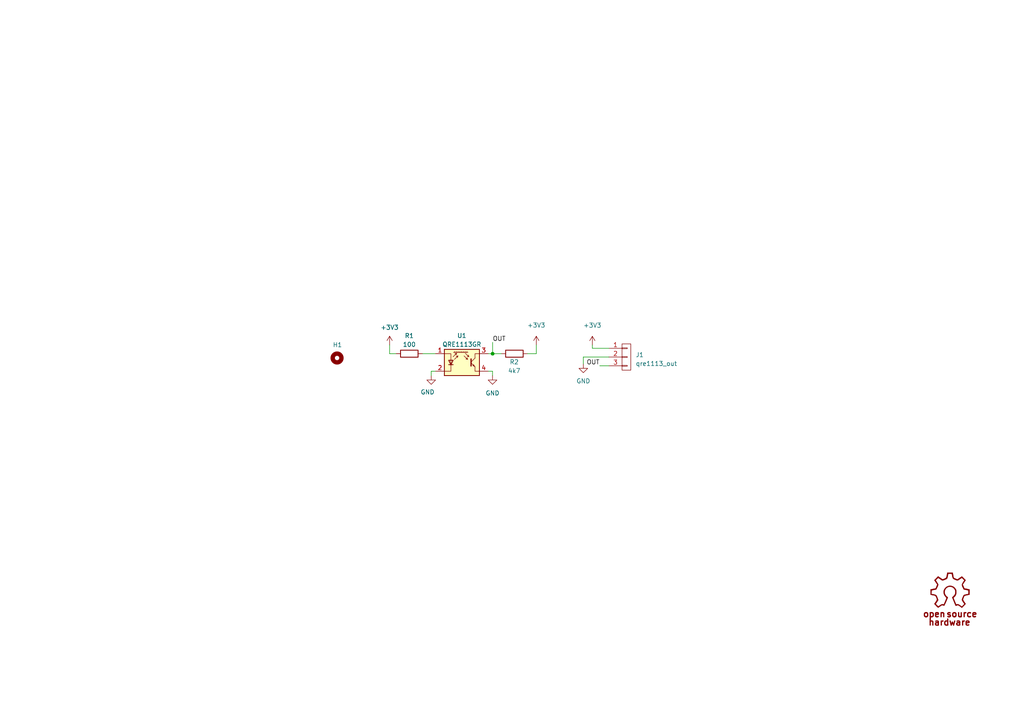
<source format=kicad_sch>
(kicad_sch (version 20230121) (generator eeschema)
  (paper "A4")
  (title_block (title "QRE-1113") (date "2023-08-29") (rev "1.0"))
  (lib_symbols
    (symbol "Device:R" (pin_numbers hide) (pin_names (offset 0))
      (property "Reference" "R" (at 2.032 0 90))
      (property "Value" "R" (at 0 0 90))
      (symbol "R_0_1"
        (rectangle (start -1.016 -2.54) (end 1.016 2.54) (stroke (width 0.254)))
      )
      (symbol "R_1_1"
        (pin passive line (at 0 3.81 270) (length 1.27) (name "~") (number "1"))
        (pin passive line (at 0 -3.81 90) (length 1.27) (name "~") (number "2"))
      )
    )
    (symbol "EESTN5-v2:OSHWA" (pin_names (offset 1.016))
      (symbol "OSHWA_0_0"
        (polyline (pts (xy 5.7912 2.667) (xy 5.5372 2.7178) (xy 5.4864 2.7432) (xy 5.4864 1.8796) (xy 5.4864 1.8288) (xy 5.4864 1.6002) (xy 5.4864 1.4732) (xy 5.4102 1.3716) (xy 5.2832 1.3208) (xy 5.0038 1.27) (xy 4.6228 1.1938) (xy 4.572 1.1684) (xy 4.318 1.1176) (xy 4.1656 1.0414) (xy 4.0386 0.889) (xy 3.937 0.6604) (xy 3.8354 0.4064) (xy 3.683 0.0762) (xy 3.6068 -0.1778) (xy 3.5814 -0.3556) (xy 3.6322 -0.5334) (xy 3.7592 -0.7366) (xy 3.9116 -0.9906) (xy 4.318 -1.5494) (xy 3.937 -1.9304) (xy 3.5814 -2.3114) (xy 3.048 -1.9558) (xy 2.794 -1.778) (xy 2.5654 -1.651) (xy 2.3876 -1.6256) (xy 2.2098 -1.6256) (xy 1.905 -1.6764) (xy 1.4986 -0.7112) (xy 1.1176 0.2286) (xy 1.397 0.508) (xy 1.5748 0.6604) (xy 1.8034 1.016) (xy 1.9304 1.397) (xy 1.9812 1.8542) (xy 1.9812 1.9304) (xy 1.9558 2.2606) (xy 1.905 2.54) (xy 1.7526 2.8194) (xy 1.4732 3.175) (xy 1.0668 3.5052) (xy 0.5842 3.683) (xy 0.1016 3.7338) (xy -0.4064 3.6576) (xy -0.889 3.429) (xy -1.2954 3.048) (xy -1.3462 2.9972) (xy -1.6256 2.5146) (xy -1.7526 2.0066) (xy -1.7018 1.4986) (xy -1.4986 0.9906) (xy -1.143 0.508) (xy -0.8636 0.2032) (xy -1.2446 -0.7366) (xy -1.651 -1.6764) (xy -1.9558 -1.6256) (xy -2.1082 -1.6256) (xy -2.286 -1.651) (xy -2.4892 -1.7526) (xy -2.7686 -1.9304) (xy -3.2766 -2.2606) (xy -3.6576 -1.905) (xy -4.0132 -1.524) (xy -3.6322 -0.9652) (xy -3.2766 -0.4064) (xy -3.429 0.0254) (xy -3.4544 0.1016) (xy -3.6068 0.508) (xy -3.7338 0.7874) (xy -3.8862 0.9906) (xy -4.0894 1.0922) (xy -4.3688 1.1938) (xy -4.7752 1.27) (xy -5.2578 1.3716) (xy -5.2324 1.905) (xy -5.207 2.413) (xy -4.5212 2.54) (xy -3.8608 2.667) (xy -3.5814 3.2512) (xy -3.556 3.302) (xy -3.4036 3.6068) (xy -3.3274 3.8862) (xy -3.2766 4.0386) (xy -3.3274 4.2164) (xy -3.4544 4.445) (xy -3.6322 4.7244) (xy -3.6576 4.7498) (xy -3.81 5.0292) (xy -3.937 5.207) (xy -3.9878 5.3086) (xy -3.9878 5.334) (xy -3.8862 5.461) (xy -3.7338 5.6388) (xy -3.5306 5.8166) (xy -3.3782 5.969) (xy -3.2766 6.0198) (xy -3.1496 5.9436) (xy -2.9464 5.8166) (xy -2.6924 5.6388) (xy -2.6162 5.588) (xy -2.3622 5.4102) (xy -2.159 5.3086) (xy -2.032 5.2578) (xy -1.8796 5.3086) (xy -1.6256 5.3848) (xy -1.3208 5.5118) (xy -1.2446 5.5372) (xy -0.9144 5.6896) (xy -0.7112 5.842) (xy -0.635 5.969) (xy -0.6096 6.096) (xy -0.5588 6.3754) (xy -0.4826 6.6802) (xy -0.381 7.239) (xy 0.127 7.239) (xy 0.635 7.239) (xy 0.7366 6.731) (xy 0.7874 6.477) (xy 0.8636 6.1722) (xy 0.9398 5.9436) (xy 1.0414 5.8166) (xy 1.1684 5.715) (xy 1.3462 5.6134) (xy 1.4478 5.5626) (xy 1.778 5.4356) (xy 2.032 5.334) (xy 2.1844 5.2832) (xy 2.3114 5.2832) (xy 2.4638 5.334) (xy 2.667 5.4356) (xy 2.9464 5.6388) (xy 3.556 6.0452) (xy 3.937 5.6896) (xy 4.2926 5.3086) (xy 3.9116 4.7498) (xy 3.8354 4.6228) (xy 3.683 4.318) (xy 3.5814 4.0894) (xy 3.6068 3.8354) (xy 3.683 3.5306) (xy 3.8862 3.1496) (xy 4.1148 2.667) (xy 4.7752 2.54) (xy 5.461 2.413) (xy 5.4864 1.8796) (xy 5.4864 2.7432) (xy 5.4102 2.7432) (xy 5.1054 2.8194) (xy 4.8006 2.8956) (xy 4.2926 2.9718) (xy 4.064 3.5306) (xy 3.81 4.0894) (xy 4.2418 4.7244) (xy 4.6736 5.3594) (xy 4.1148 5.9182) (xy 3.5814 6.4516) (xy 2.921 6.0198) (xy 2.286 5.5626) (xy 1.7526 5.7912) (xy 1.1938 6.0452) (xy 1.0922 6.5532) (xy 1.0668 6.8072) (xy 0.9906 7.0866) (xy 0.9652 7.3152) (xy 0.9144 7.5438) (xy 0.127 7.5438) (xy -0.6604 7.5438) (xy -0.762 6.9342) (xy -0.8128 6.6802) (xy -0.889 6.35) (xy -0.9652 6.1214) (xy -1.0922 5.9944) (xy -1.27 5.8928) (xy -1.524 5.7658) (xy -2.032 5.588) (xy -2.667 6.0198) (xy -3.3274 6.477) (xy -3.8608 5.9182) (xy -4.4196 5.3594) (xy -3.9878 4.7244) (xy -3.556 4.0894) (xy -3.7846 3.556) (xy -3.7846 3.5306) (xy -3.8862 3.2766) (xy -3.9878 3.0734) (xy -4.0132 2.9972) (xy -4.0386 2.9718) (xy -4.191 2.9464) (xy -4.445 2.8956) (xy -4.7752 2.8194) (xy -5.5118 2.6924) (xy -5.5118 1.905) (xy -5.5118 1.143) (xy -4.9022 1.016) (xy -4.8768 1.016) (xy -4.5466 0.9652) (xy -4.2926 0.889) (xy -4.1402 0.8382) (xy -4.1148 0.8128) (xy -4.0132 0.6604) (xy -3.8862 0.4318) (xy -3.7592 0.1524) (xy -3.683 -0.1016) (xy -3.6576 -0.3048) (xy -3.7084 -0.4572) (xy -3.8608 -0.6858) (xy -4.0386 -0.9652) (xy -4.4196 -1.524) (xy -3.8862 -2.0828) (xy -3.7846 -2.2098) (xy -3.556 -2.413) (xy -3.3782 -2.5654) (xy -3.3274 -2.6162) (xy -3.302 -2.6162) (xy -3.2004 -2.54) (xy -2.9972 -2.413) (xy -2.7178 -2.2352) (xy -2.5654 -2.1082) (xy -2.3368 -1.9558) (xy -2.1844 -1.905) (xy -2.0574 -1.905) (xy -1.905 -1.9304) (xy -1.7018 -2.0066) (xy -1.5748 -2.0574) (xy -1.5494 -2.032) (xy -1.4732 -1.8796) (xy -1.3462 -1.6256) (xy -1.1684 -1.27) (xy -0.9906 -0.8636) (xy -0.4826 0.3556) (xy -0.8382 0.6604) (xy -1.016 0.8128) (xy -1.27 1.2192) (xy -1.4224 1.651) (xy -1.4224 2.1082) (xy -1.2954 2.5146) (xy -1.0922 2.8956) (xy -0.762 3.2004) (xy -0.3556 3.4036) (xy 0.1524 3.4798) (xy 0.4826 3.429) (xy 0.9144 3.2766) (xy 1.27 2.9718) (xy 1.5494 2.5908) (xy 1.6764 2.159) (xy 1.6764 1.8288) (xy 1.6256 1.4478) (xy 1.4732 1.0922) (xy 1.1684 0.762) (xy 0.762 0.3556) (xy 1.2446 -0.8128) (xy 1.3208 -1.016) (xy 1.4732 -1.397) (xy 1.6256 -1.7272) (xy 1.7272 -1.9558) (xy 1.778 -2.0574) (xy 1.8796 -2.0828) (xy 2.032 -2.0066) (xy 2.1844 -1.905) (xy 2.3114 -1.8796) (xy 2.4892 -1.905) (xy 2.7178 -2.032) (xy 3.0226 -2.2352) (xy 3.5814 -2.6416) (xy 4.1402 -2.0828) (xy 4.6736 -1.524) (xy 4.2926 -0.9652) (xy 4.2164 -0.8636) (xy 4.064 -0.6096) (xy 3.937 -0.381) (xy 3.8862 -0.2794) (xy 3.8862 -0.254) (xy 3.937 -0.0762) (xy 4.0386 0.1778) (xy 4.1402 0.4572) (xy 4.2418 0.6858) (xy 4.318 0.7874) (xy 4.3434 0.8128) (xy 4.4958 0.8636) (xy 4.7498 0.9398) (xy 5.08 1.016) (xy 5.7912 1.143) (xy 5.7912 1.905) (xy 5.7912 2.667) (xy 5.7912 2.667)) (stroke (width 0.0254)) (fill (type outline)))
        (text "hardware" (at -0.0254 -6.858 0) (effects (font (size 1.778 1.778) bold)))
        (text "open" (at -4.445 -4.445 0) (effects (font (size 1.778 1.778) bold)))
        (text "source" (at 3.556 -4.445 0) (effects (font (size 1.778 1.778) bold)))
      )
    )
    (symbol "EESTN5:Conn_01X03" (pin_names (offset 1.016) hide)
      (property "Reference" "J" (at 0 5.08 0))
      (property "Value" "Conn_01X03" (at 0 -5.08 0))
      (symbol "Conn_01X03_0_1"
        (rectangle (start -1.27 -2.413) (end 0.254 -2.667))
        (rectangle (start -1.27 0.127) (end 0.254 -0.127))
        (rectangle (start -1.27 2.667) (end 0.254 2.413))
        (rectangle (start -1.27 3.81) (end 1.27 -3.81))
      )
      (symbol "Conn_01X03_1_1"
        (pin passive line (at -5.08 2.54 0) (length 3.81) (name "P1") (number "1"))
        (pin passive line (at -5.08 0 0) (length 3.81) (name "P2") (number "2"))
        (pin passive line (at -5.08 -2.54 0) (length 3.81) (name "P3") (number "3"))
      )
    )
    (symbol "Mechanical:MountingHole" (pin_names (offset 1.016))
      (property "Reference" "H" (at 0 5.08 0))
      (property "Value" "MountingHole" (at 0 3.175 0))
      (symbol "MountingHole_0_1"
        (circle (center 0 0) (radius 1.27) (stroke (width 1.27)))
      )
    )
    (symbol "Sensor_Proximity:QRE1113GR" (pin_names (offset 0.0254) hide)
      (property "Reference" "U" (at -3.81 5.08 0))
      (property "Value" "QRE1113GR" (at 11.43 5.08 0))
      (symbol "QRE1113GR_0_1"
        (polyline (pts (xy -3.81 -0.635) (xy -2.54 -0.635)) (stroke (width 0.254)))
        (polyline (pts (xy -2.286 2.921) (xy -2.032 3.175)))
        (polyline (pts (xy -1.778 2.921) (xy -1.524 3.175)))
        (polyline (pts (xy -1.524 2.667) (xy -1.651 2.159)))
        (polyline (pts (xy -1.27 2.921) (xy -1.016 3.175)))
        (polyline (pts (xy -1.143 1.905) (xy -1.27 1.397)))
        (polyline (pts (xy -0.762 2.921) (xy -0.508 3.175)))
        (polyline (pts (xy -0.254 2.921) (xy 0 3.175)))
        (polyline (pts (xy 0.254 2.921) (xy 0.508 3.175)))
        (polyline (pts (xy 0.762 2.921) (xy 1.016 3.175)))
        (polyline (pts (xy 1.27 2.921) (xy 1.524 3.175)))
        (polyline (pts (xy 1.651 0.889) (xy 1.143 1.016)))
        (polyline (pts (xy 1.778 2.921) (xy -2.413 2.921)))
        (polyline (pts (xy 2.032 1.651) (xy 1.524 1.778)))
        (polyline (pts (xy 2.667 -0.127) (xy 3.81 -1.27)))
        (polyline (pts (xy 2.667 0.127) (xy 3.81 1.27)))
        (polyline (pts (xy -2.54 1.651) (xy -1.524 2.667) (xy -2.032 2.54)))
        (polyline (pts (xy -2.159 0.889) (xy -1.143 1.905) (xy -1.651 1.778)))
        (polyline (pts (xy 0.635 1.905) (xy 1.651 0.889) (xy 1.524 1.397)))
        (polyline (pts (xy 1.016 2.667) (xy 2.032 1.651) (xy 1.905 2.159)))
        (polyline (pts (xy 2.667 1.016) (xy 2.667 -1.016) (xy 2.667 -1.016)) (stroke (width 0.3556)))
        (polyline (pts (xy 3.81 -1.27) (xy 3.81 -2.54) (xy 5.08 -2.54)))
        (polyline (pts (xy 3.81 1.27) (xy 3.81 2.54) (xy 5.08 2.54)))
        (polyline (pts (xy -5.08 -2.54) (xy -3.175 -2.54) (xy -3.175 2.54) (xy -5.08 2.54)))
        (polyline (pts (xy -3.175 -0.635) (xy -3.81 0.635) (xy -2.54 0.635) (xy -3.175 -0.635)) (stroke (width 0.254)))
        (polyline (pts (xy 3.683 -1.143) (xy 3.429 -0.635) (xy 3.175 -0.889) (xy 3.683 -1.143)))
        (polyline (pts (xy -5.08 -3.81) (xy 5.08 -3.81) (xy 5.08 3.81) (xy -5.08 3.81) (xy -5.08 -3.81)) (stroke (width 0.254)) (fill (type background)))
      )
      (symbol "QRE1113GR_1_1"
        (pin passive line (at -7.62 2.54 0) (length 2.54) (name "A") (number "1"))
        (pin passive line (at -7.62 -2.54 0) (length 2.54) (name "K") (number "2"))
        (pin open_collector line (at 7.62 2.54 180) (length 2.54) (name "~") (number "3"))
        (pin open_emitter line (at 7.62 -2.54 180) (length 2.54) (name "~") (number "4"))
      )
    )
    (symbol "power:+3V3" (power) (pin_names (offset 0))
      (property "Value" "+3V3" (at 0 3.556 0))
      (symbol "+3V3_0_1"
        (polyline (pts (xy -0.762 1.27) (xy 0 2.54)))
        (polyline (pts (xy 0 0) (xy 0 2.54)))
        (polyline (pts (xy 0 2.54) (xy 0.762 1.27)))
      )
      (symbol "+3V3_1_1"
        (pin power_in line (at 0 0 90) (length 0) hide (name "+3V3") (number "1"))
      )
    )
    (symbol "power:GND" (power) (pin_names (offset 0))
      (property "Value" "GND" (at 0 -3.81 0))
      (symbol "GND_0_1"
        (polyline (pts (xy 0 0) (xy 0 -1.27) (xy 1.27 -1.27) (xy 0 -2.54) (xy -1.27 -1.27) (xy 0 -1.27)))
      )
      (symbol "GND_1_1"
        (pin power_in line (at 0 0 270) (length 0) hide (name "GND") (number "1"))
      )
    )
  )
  (junction (at 142.875 102.5906))
  (wire (pts (xy 169.1894 103.5558) (xy 176.6062 103.5558)))
  (wire (pts (xy 155.5496 100.0506) (xy 155.5496 102.5906)))
  (wire (pts (xy 173.9392 106.0958) (xy 176.6062 106.0958)))
  (wire (pts (xy 142.8496 107.6706) (xy 142.8496 108.9406)))
  (wire (pts (xy 171.8056 101.0158) (xy 176.6062 101.0158)))
  (wire (pts (xy 114.9096 102.5906) (xy 113.0046 102.5906)))
  (wire (pts (xy 125.0696 107.6706) (xy 125.0696 108.9406)))
  (wire (pts (xy 142.875 102.5906) (xy 145.3896 102.5906)))
  (wire (pts (xy 169.1894 105.5624) (xy 169.1894 103.5558)))
  (wire (pts (xy 141.5796 102.5906) (xy 142.875 102.5906)))
  (wire (pts (xy 141.5796 107.6706) (xy 142.8496 107.6706)))
  (wire (pts (xy 155.5496 102.5906) (xy 153.0096 102.5906)))
  (wire (pts (xy 122.5296 102.5906) (xy 126.3396 102.5906)))
  (wire (pts (xy 171.8056 100.076) (xy 171.8056 101.0158)))
  (wire (pts (xy 126.3396 107.6706) (xy 125.0696 107.6706)))
  (wire (pts (xy 113.0046 102.5906) (xy 113.0046 100.0506)))
  (wire (pts (xy 142.875 99.2886) (xy 142.875 102.5906)))
  (label "OUT" (at 142.875 99.2886 0))
  (label "OUT" (at 173.9392 106.0958 180))
  (symbol (lib_id "power:+3V3") (at 113.0046 100.0506 0) (unit 1)
    (property "Reference" "#PWR01" (effects hide))
    (property "Value" "+3V3" (at 113.0046 94.9706 0))
  )
  (symbol (lib_id "Sensor_Proximity:QRE1113GR") (at 133.9596 105.1306 0) (unit 1)
    (property "Reference" "U1" (at 133.9596 97.3582 0))
    (property "Value" "QRE1113GR" (at 133.9596 99.8982 0))
    (property "Footprint" "OptoDevice:OnSemi_CASE100CY" (effects hide))
    (property "Datasheet" "http://www.onsemi.com/pub/Collateral/QRE1113-D.PDF" (effects hide))
  )
  (symbol (lib_id "power:+3V3") (at 155.5496 100.0506 0) (unit 1)
    (property "Reference" "#PWR04" (effects hide))
    (property "Value" "+3V3" (at 155.5496 94.3356 0))
  )
  (symbol (lib_id "power:GND") (at 169.1894 105.5624 0) (mirror y) (unit 1)
    (property "Reference" "#PWR06" (effects hide))
    (property "Value" "GND" (at 169.1894 110.5154 0))
  )
  (symbol (lib_id "power:+3V3") (at 171.8056 100.076 0) (unit 1)
    (property "Reference" "#PWR07" (effects hide))
    (property "Value" "+3V3" (at 171.8056 94.361 0))
  )
  (symbol (lib_id "Device:R") (at 149.1996 102.5906 90) (unit 1)
    (property "Reference" "R2" (at 149.1488 105.0036 90))
    (property "Value" "4k7" (at 149.1488 107.5436 90))
    (property "Footprint" "EESTN5-v2:R_0805" (effects hide))
  )
  (symbol (lib_id "power:GND") (at 125.0696 108.9406 0) (unit 1)
    (property "Reference" "#PWR02" (effects hide))
    (property "Value" "GND" (at 124.0028 113.7158 0))
  )
  (symbol (lib_id "EESTN5:Conn_01X03") (at 181.6862 103.5558 0) (unit 1)
    (property "Reference" "J1" (at 184.3532 102.9208 0) (effects (justify left)))
    (property "Value" "qre1113_out" (at 184.3532 105.4608 0) (effects (justify left)))
    (property "Footprint" "Connector_PinHeader_2.54mm:PinHeader_1x03_P2.54mm_Vertical" (effects hide))
  )
  (symbol (lib_id "Mechanical:MountingHole") (at 97.7646 103.8352 0) (unit 1)
    (property "Reference" "H1" (at 96.4946 100.0252 0) (effects (justify left)))
    (property "Value" "HOLE" (effects hide))
    (property "Footprint" "EESTN5-v2:Separador_M3_5mm" (effects hide))
  )
  (symbol (lib_id "power:GND") (at 142.8496 108.9406 0) (unit 1)
    (property "Reference" "#PWR03" (effects hide))
    (property "Value" "GND" (at 142.8496 114.0206 0))
  )
  (symbol (lib_id "Device:R") (at 118.7196 102.5906 90) (unit 1)
    (property "Reference" "R1" (at 118.7196 97.3836 90))
    (property "Value" "100" (at 118.7196 99.9236 90))
    (property "Footprint" "EESTN5-v2:R_0805" (effects hide))
  )
  (symbol (lib_id "EESTN5-v2:OSHWA") (at 275.4122 173.6344 0) (unit 1)
    (property "Reference" "#G1" (effects hide))
    (property "Value" "OSHWA" (effects hide))
  )
)
</source>
